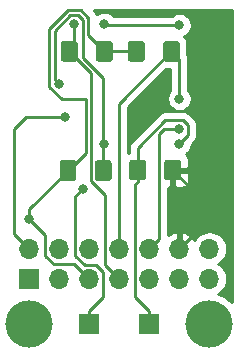
<source format=gbr>
G04 #@! TF.GenerationSoftware,KiCad,Pcbnew,(5.1.2)-1*
G04 #@! TF.CreationDate,2019-06-17T20:55:27+03:00*
G04 #@! TF.ProjectId,esp8266_minimal_hw,65737038-3236-4365-9f6d-696e696d616c,rev?*
G04 #@! TF.SameCoordinates,Original*
G04 #@! TF.FileFunction,Copper,L2,Bot*
G04 #@! TF.FilePolarity,Positive*
%FSLAX46Y46*%
G04 Gerber Fmt 4.6, Leading zero omitted, Abs format (unit mm)*
G04 Created by KiCad (PCBNEW (5.1.2)-1) date 2019-06-17 20:55:27*
%MOMM*%
%LPD*%
G04 APERTURE LIST*
%ADD10R,1.700000X1.700000*%
%ADD11C,4.000000*%
%ADD12C,0.100000*%
%ADD13C,1.425000*%
%ADD14O,1.700000X1.700000*%
%ADD15C,0.800000*%
%ADD16C,0.250000*%
%ADD17C,0.254000*%
G04 APERTURE END LIST*
D10*
X87630000Y-72390000D03*
D11*
X92710000Y-72390000D03*
X77470000Y-72390000D03*
D12*
G36*
X89993302Y-48441346D02*
G01*
X90017571Y-48444946D01*
X90041369Y-48450907D01*
X90064469Y-48459172D01*
X90086647Y-48469662D01*
X90107691Y-48482275D01*
X90127396Y-48496889D01*
X90145575Y-48513365D01*
X90162051Y-48531544D01*
X90176665Y-48551249D01*
X90189278Y-48572293D01*
X90199768Y-48594471D01*
X90208033Y-48617571D01*
X90213994Y-48641369D01*
X90217594Y-48665638D01*
X90218798Y-48690142D01*
X90218798Y-49940142D01*
X90217594Y-49964646D01*
X90213994Y-49988915D01*
X90208033Y-50012713D01*
X90199768Y-50035813D01*
X90189278Y-50057991D01*
X90176665Y-50079035D01*
X90162051Y-50098740D01*
X90145575Y-50116919D01*
X90127396Y-50133395D01*
X90107691Y-50148009D01*
X90086647Y-50160622D01*
X90064469Y-50171112D01*
X90041369Y-50179377D01*
X90017571Y-50185338D01*
X89993302Y-50188938D01*
X89968798Y-50190142D01*
X89043798Y-50190142D01*
X89019294Y-50188938D01*
X88995025Y-50185338D01*
X88971227Y-50179377D01*
X88948127Y-50171112D01*
X88925949Y-50160622D01*
X88904905Y-50148009D01*
X88885200Y-50133395D01*
X88867021Y-50116919D01*
X88850545Y-50098740D01*
X88835931Y-50079035D01*
X88823318Y-50057991D01*
X88812828Y-50035813D01*
X88804563Y-50012713D01*
X88798602Y-49988915D01*
X88795002Y-49964646D01*
X88793798Y-49940142D01*
X88793798Y-48690142D01*
X88795002Y-48665638D01*
X88798602Y-48641369D01*
X88804563Y-48617571D01*
X88812828Y-48594471D01*
X88823318Y-48572293D01*
X88835931Y-48551249D01*
X88850545Y-48531544D01*
X88867021Y-48513365D01*
X88885200Y-48496889D01*
X88904905Y-48482275D01*
X88925949Y-48469662D01*
X88948127Y-48459172D01*
X88971227Y-48450907D01*
X88995025Y-48444946D01*
X89019294Y-48441346D01*
X89043798Y-48440142D01*
X89968798Y-48440142D01*
X89993302Y-48441346D01*
X89993302Y-48441346D01*
G37*
D13*
X89506298Y-49315142D03*
D12*
G36*
X87018302Y-48441346D02*
G01*
X87042571Y-48444946D01*
X87066369Y-48450907D01*
X87089469Y-48459172D01*
X87111647Y-48469662D01*
X87132691Y-48482275D01*
X87152396Y-48496889D01*
X87170575Y-48513365D01*
X87187051Y-48531544D01*
X87201665Y-48551249D01*
X87214278Y-48572293D01*
X87224768Y-48594471D01*
X87233033Y-48617571D01*
X87238994Y-48641369D01*
X87242594Y-48665638D01*
X87243798Y-48690142D01*
X87243798Y-49940142D01*
X87242594Y-49964646D01*
X87238994Y-49988915D01*
X87233033Y-50012713D01*
X87224768Y-50035813D01*
X87214278Y-50057991D01*
X87201665Y-50079035D01*
X87187051Y-50098740D01*
X87170575Y-50116919D01*
X87152396Y-50133395D01*
X87132691Y-50148009D01*
X87111647Y-50160622D01*
X87089469Y-50171112D01*
X87066369Y-50179377D01*
X87042571Y-50185338D01*
X87018302Y-50188938D01*
X86993798Y-50190142D01*
X86068798Y-50190142D01*
X86044294Y-50188938D01*
X86020025Y-50185338D01*
X85996227Y-50179377D01*
X85973127Y-50171112D01*
X85950949Y-50160622D01*
X85929905Y-50148009D01*
X85910200Y-50133395D01*
X85892021Y-50116919D01*
X85875545Y-50098740D01*
X85860931Y-50079035D01*
X85848318Y-50057991D01*
X85837828Y-50035813D01*
X85829563Y-50012713D01*
X85823602Y-49988915D01*
X85820002Y-49964646D01*
X85818798Y-49940142D01*
X85818798Y-48690142D01*
X85820002Y-48665638D01*
X85823602Y-48641369D01*
X85829563Y-48617571D01*
X85837828Y-48594471D01*
X85848318Y-48572293D01*
X85860931Y-48551249D01*
X85875545Y-48531544D01*
X85892021Y-48513365D01*
X85910200Y-48496889D01*
X85929905Y-48482275D01*
X85950949Y-48469662D01*
X85973127Y-48459172D01*
X85996227Y-48450907D01*
X86020025Y-48444946D01*
X86044294Y-48441346D01*
X86068798Y-48440142D01*
X86993798Y-48440142D01*
X87018302Y-48441346D01*
X87018302Y-48441346D01*
G37*
D13*
X86531298Y-49315142D03*
D12*
G36*
X90101887Y-58488496D02*
G01*
X90126156Y-58492096D01*
X90149954Y-58498057D01*
X90173054Y-58506322D01*
X90195232Y-58516812D01*
X90216276Y-58529425D01*
X90235981Y-58544039D01*
X90254160Y-58560515D01*
X90270636Y-58578694D01*
X90285250Y-58598399D01*
X90297863Y-58619443D01*
X90308353Y-58641621D01*
X90316618Y-58664721D01*
X90322579Y-58688519D01*
X90326179Y-58712788D01*
X90327383Y-58737292D01*
X90327383Y-59987292D01*
X90326179Y-60011796D01*
X90322579Y-60036065D01*
X90316618Y-60059863D01*
X90308353Y-60082963D01*
X90297863Y-60105141D01*
X90285250Y-60126185D01*
X90270636Y-60145890D01*
X90254160Y-60164069D01*
X90235981Y-60180545D01*
X90216276Y-60195159D01*
X90195232Y-60207772D01*
X90173054Y-60218262D01*
X90149954Y-60226527D01*
X90126156Y-60232488D01*
X90101887Y-60236088D01*
X90077383Y-60237292D01*
X89152383Y-60237292D01*
X89127879Y-60236088D01*
X89103610Y-60232488D01*
X89079812Y-60226527D01*
X89056712Y-60218262D01*
X89034534Y-60207772D01*
X89013490Y-60195159D01*
X88993785Y-60180545D01*
X88975606Y-60164069D01*
X88959130Y-60145890D01*
X88944516Y-60126185D01*
X88931903Y-60105141D01*
X88921413Y-60082963D01*
X88913148Y-60059863D01*
X88907187Y-60036065D01*
X88903587Y-60011796D01*
X88902383Y-59987292D01*
X88902383Y-58737292D01*
X88903587Y-58712788D01*
X88907187Y-58688519D01*
X88913148Y-58664721D01*
X88921413Y-58641621D01*
X88931903Y-58619443D01*
X88944516Y-58598399D01*
X88959130Y-58578694D01*
X88975606Y-58560515D01*
X88993785Y-58544039D01*
X89013490Y-58529425D01*
X89034534Y-58516812D01*
X89056712Y-58506322D01*
X89079812Y-58498057D01*
X89103610Y-58492096D01*
X89127879Y-58488496D01*
X89152383Y-58487292D01*
X90077383Y-58487292D01*
X90101887Y-58488496D01*
X90101887Y-58488496D01*
G37*
D13*
X89614883Y-59362292D03*
D12*
G36*
X87126887Y-58488496D02*
G01*
X87151156Y-58492096D01*
X87174954Y-58498057D01*
X87198054Y-58506322D01*
X87220232Y-58516812D01*
X87241276Y-58529425D01*
X87260981Y-58544039D01*
X87279160Y-58560515D01*
X87295636Y-58578694D01*
X87310250Y-58598399D01*
X87322863Y-58619443D01*
X87333353Y-58641621D01*
X87341618Y-58664721D01*
X87347579Y-58688519D01*
X87351179Y-58712788D01*
X87352383Y-58737292D01*
X87352383Y-59987292D01*
X87351179Y-60011796D01*
X87347579Y-60036065D01*
X87341618Y-60059863D01*
X87333353Y-60082963D01*
X87322863Y-60105141D01*
X87310250Y-60126185D01*
X87295636Y-60145890D01*
X87279160Y-60164069D01*
X87260981Y-60180545D01*
X87241276Y-60195159D01*
X87220232Y-60207772D01*
X87198054Y-60218262D01*
X87174954Y-60226527D01*
X87151156Y-60232488D01*
X87126887Y-60236088D01*
X87102383Y-60237292D01*
X86177383Y-60237292D01*
X86152879Y-60236088D01*
X86128610Y-60232488D01*
X86104812Y-60226527D01*
X86081712Y-60218262D01*
X86059534Y-60207772D01*
X86038490Y-60195159D01*
X86018785Y-60180545D01*
X86000606Y-60164069D01*
X85984130Y-60145890D01*
X85969516Y-60126185D01*
X85956903Y-60105141D01*
X85946413Y-60082963D01*
X85938148Y-60059863D01*
X85932187Y-60036065D01*
X85928587Y-60011796D01*
X85927383Y-59987292D01*
X85927383Y-58737292D01*
X85928587Y-58712788D01*
X85932187Y-58688519D01*
X85938148Y-58664721D01*
X85946413Y-58641621D01*
X85956903Y-58619443D01*
X85969516Y-58598399D01*
X85984130Y-58578694D01*
X86000606Y-58560515D01*
X86018785Y-58544039D01*
X86038490Y-58529425D01*
X86059534Y-58516812D01*
X86081712Y-58506322D01*
X86104812Y-58498057D01*
X86128610Y-58492096D01*
X86152879Y-58488496D01*
X86177383Y-58487292D01*
X87102383Y-58487292D01*
X87126887Y-58488496D01*
X87126887Y-58488496D01*
G37*
D13*
X86639883Y-59362292D03*
D12*
G36*
X84307004Y-48438704D02*
G01*
X84331273Y-48442304D01*
X84355071Y-48448265D01*
X84378171Y-48456530D01*
X84400349Y-48467020D01*
X84421393Y-48479633D01*
X84441098Y-48494247D01*
X84459277Y-48510723D01*
X84475753Y-48528902D01*
X84490367Y-48548607D01*
X84502980Y-48569651D01*
X84513470Y-48591829D01*
X84521735Y-48614929D01*
X84527696Y-48638727D01*
X84531296Y-48662996D01*
X84532500Y-48687500D01*
X84532500Y-49937500D01*
X84531296Y-49962004D01*
X84527696Y-49986273D01*
X84521735Y-50010071D01*
X84513470Y-50033171D01*
X84502980Y-50055349D01*
X84490367Y-50076393D01*
X84475753Y-50096098D01*
X84459277Y-50114277D01*
X84441098Y-50130753D01*
X84421393Y-50145367D01*
X84400349Y-50157980D01*
X84378171Y-50168470D01*
X84355071Y-50176735D01*
X84331273Y-50182696D01*
X84307004Y-50186296D01*
X84282500Y-50187500D01*
X83357500Y-50187500D01*
X83332996Y-50186296D01*
X83308727Y-50182696D01*
X83284929Y-50176735D01*
X83261829Y-50168470D01*
X83239651Y-50157980D01*
X83218607Y-50145367D01*
X83198902Y-50130753D01*
X83180723Y-50114277D01*
X83164247Y-50096098D01*
X83149633Y-50076393D01*
X83137020Y-50055349D01*
X83126530Y-50033171D01*
X83118265Y-50010071D01*
X83112304Y-49986273D01*
X83108704Y-49962004D01*
X83107500Y-49937500D01*
X83107500Y-48687500D01*
X83108704Y-48662996D01*
X83112304Y-48638727D01*
X83118265Y-48614929D01*
X83126530Y-48591829D01*
X83137020Y-48569651D01*
X83149633Y-48548607D01*
X83164247Y-48528902D01*
X83180723Y-48510723D01*
X83198902Y-48494247D01*
X83218607Y-48479633D01*
X83239651Y-48467020D01*
X83261829Y-48456530D01*
X83284929Y-48448265D01*
X83308727Y-48442304D01*
X83332996Y-48438704D01*
X83357500Y-48437500D01*
X84282500Y-48437500D01*
X84307004Y-48438704D01*
X84307004Y-48438704D01*
G37*
D13*
X83820000Y-49312500D03*
D12*
G36*
X81332004Y-48438704D02*
G01*
X81356273Y-48442304D01*
X81380071Y-48448265D01*
X81403171Y-48456530D01*
X81425349Y-48467020D01*
X81446393Y-48479633D01*
X81466098Y-48494247D01*
X81484277Y-48510723D01*
X81500753Y-48528902D01*
X81515367Y-48548607D01*
X81527980Y-48569651D01*
X81538470Y-48591829D01*
X81546735Y-48614929D01*
X81552696Y-48638727D01*
X81556296Y-48662996D01*
X81557500Y-48687500D01*
X81557500Y-49937500D01*
X81556296Y-49962004D01*
X81552696Y-49986273D01*
X81546735Y-50010071D01*
X81538470Y-50033171D01*
X81527980Y-50055349D01*
X81515367Y-50076393D01*
X81500753Y-50096098D01*
X81484277Y-50114277D01*
X81466098Y-50130753D01*
X81446393Y-50145367D01*
X81425349Y-50157980D01*
X81403171Y-50168470D01*
X81380071Y-50176735D01*
X81356273Y-50182696D01*
X81332004Y-50186296D01*
X81307500Y-50187500D01*
X80382500Y-50187500D01*
X80357996Y-50186296D01*
X80333727Y-50182696D01*
X80309929Y-50176735D01*
X80286829Y-50168470D01*
X80264651Y-50157980D01*
X80243607Y-50145367D01*
X80223902Y-50130753D01*
X80205723Y-50114277D01*
X80189247Y-50096098D01*
X80174633Y-50076393D01*
X80162020Y-50055349D01*
X80151530Y-50033171D01*
X80143265Y-50010071D01*
X80137304Y-49986273D01*
X80133704Y-49962004D01*
X80132500Y-49937500D01*
X80132500Y-48687500D01*
X80133704Y-48662996D01*
X80137304Y-48638727D01*
X80143265Y-48614929D01*
X80151530Y-48591829D01*
X80162020Y-48569651D01*
X80174633Y-48548607D01*
X80189247Y-48528902D01*
X80205723Y-48510723D01*
X80223902Y-48494247D01*
X80243607Y-48479633D01*
X80264651Y-48467020D01*
X80286829Y-48456530D01*
X80309929Y-48448265D01*
X80333727Y-48442304D01*
X80357996Y-48438704D01*
X80382500Y-48437500D01*
X81307500Y-48437500D01*
X81332004Y-48438704D01*
X81332004Y-48438704D01*
G37*
D13*
X80845000Y-49312500D03*
D12*
G36*
X84208650Y-58529421D02*
G01*
X84232919Y-58533021D01*
X84256717Y-58538982D01*
X84279817Y-58547247D01*
X84301995Y-58557737D01*
X84323039Y-58570350D01*
X84342744Y-58584964D01*
X84360923Y-58601440D01*
X84377399Y-58619619D01*
X84392013Y-58639324D01*
X84404626Y-58660368D01*
X84415116Y-58682546D01*
X84423381Y-58705646D01*
X84429342Y-58729444D01*
X84432942Y-58753713D01*
X84434146Y-58778217D01*
X84434146Y-60028217D01*
X84432942Y-60052721D01*
X84429342Y-60076990D01*
X84423381Y-60100788D01*
X84415116Y-60123888D01*
X84404626Y-60146066D01*
X84392013Y-60167110D01*
X84377399Y-60186815D01*
X84360923Y-60204994D01*
X84342744Y-60221470D01*
X84323039Y-60236084D01*
X84301995Y-60248697D01*
X84279817Y-60259187D01*
X84256717Y-60267452D01*
X84232919Y-60273413D01*
X84208650Y-60277013D01*
X84184146Y-60278217D01*
X83259146Y-60278217D01*
X83234642Y-60277013D01*
X83210373Y-60273413D01*
X83186575Y-60267452D01*
X83163475Y-60259187D01*
X83141297Y-60248697D01*
X83120253Y-60236084D01*
X83100548Y-60221470D01*
X83082369Y-60204994D01*
X83065893Y-60186815D01*
X83051279Y-60167110D01*
X83038666Y-60146066D01*
X83028176Y-60123888D01*
X83019911Y-60100788D01*
X83013950Y-60076990D01*
X83010350Y-60052721D01*
X83009146Y-60028217D01*
X83009146Y-58778217D01*
X83010350Y-58753713D01*
X83013950Y-58729444D01*
X83019911Y-58705646D01*
X83028176Y-58682546D01*
X83038666Y-58660368D01*
X83051279Y-58639324D01*
X83065893Y-58619619D01*
X83082369Y-58601440D01*
X83100548Y-58584964D01*
X83120253Y-58570350D01*
X83141297Y-58557737D01*
X83163475Y-58547247D01*
X83186575Y-58538982D01*
X83210373Y-58533021D01*
X83234642Y-58529421D01*
X83259146Y-58528217D01*
X84184146Y-58528217D01*
X84208650Y-58529421D01*
X84208650Y-58529421D01*
G37*
D13*
X83721646Y-59403217D03*
D12*
G36*
X81233650Y-58529421D02*
G01*
X81257919Y-58533021D01*
X81281717Y-58538982D01*
X81304817Y-58547247D01*
X81326995Y-58557737D01*
X81348039Y-58570350D01*
X81367744Y-58584964D01*
X81385923Y-58601440D01*
X81402399Y-58619619D01*
X81417013Y-58639324D01*
X81429626Y-58660368D01*
X81440116Y-58682546D01*
X81448381Y-58705646D01*
X81454342Y-58729444D01*
X81457942Y-58753713D01*
X81459146Y-58778217D01*
X81459146Y-60028217D01*
X81457942Y-60052721D01*
X81454342Y-60076990D01*
X81448381Y-60100788D01*
X81440116Y-60123888D01*
X81429626Y-60146066D01*
X81417013Y-60167110D01*
X81402399Y-60186815D01*
X81385923Y-60204994D01*
X81367744Y-60221470D01*
X81348039Y-60236084D01*
X81326995Y-60248697D01*
X81304817Y-60259187D01*
X81281717Y-60267452D01*
X81257919Y-60273413D01*
X81233650Y-60277013D01*
X81209146Y-60278217D01*
X80284146Y-60278217D01*
X80259642Y-60277013D01*
X80235373Y-60273413D01*
X80211575Y-60267452D01*
X80188475Y-60259187D01*
X80166297Y-60248697D01*
X80145253Y-60236084D01*
X80125548Y-60221470D01*
X80107369Y-60204994D01*
X80090893Y-60186815D01*
X80076279Y-60167110D01*
X80063666Y-60146066D01*
X80053176Y-60123888D01*
X80044911Y-60100788D01*
X80038950Y-60076990D01*
X80035350Y-60052721D01*
X80034146Y-60028217D01*
X80034146Y-58778217D01*
X80035350Y-58753713D01*
X80038950Y-58729444D01*
X80044911Y-58705646D01*
X80053176Y-58682546D01*
X80063666Y-58660368D01*
X80076279Y-58639324D01*
X80090893Y-58619619D01*
X80107369Y-58601440D01*
X80125548Y-58584964D01*
X80145253Y-58570350D01*
X80166297Y-58557737D01*
X80188475Y-58547247D01*
X80211575Y-58538982D01*
X80235373Y-58533021D01*
X80259642Y-58529421D01*
X80284146Y-58528217D01*
X81209146Y-58528217D01*
X81233650Y-58529421D01*
X81233650Y-58529421D01*
G37*
D13*
X80746646Y-59403217D03*
D14*
X92710000Y-66040000D03*
X92710000Y-68580000D03*
X90170000Y-66040000D03*
X90170000Y-68580000D03*
X87630000Y-66040000D03*
X87630000Y-68580000D03*
X85090000Y-66040000D03*
X85090000Y-68580000D03*
X82550000Y-66040000D03*
X82550000Y-68580000D03*
X80010000Y-66040000D03*
X80010000Y-68580000D03*
X77470000Y-66040000D03*
D10*
X77470000Y-68580000D03*
X82550000Y-72390000D03*
D15*
X77470000Y-63500000D03*
X90170000Y-57150000D03*
X81999999Y-60960000D03*
X92710000Y-63500000D03*
X90170000Y-55880000D03*
X80010000Y-52070000D03*
X83820000Y-57150000D03*
X90170000Y-53340000D03*
X81280000Y-46990000D03*
X90170000Y-47103666D03*
X83820000Y-46990000D03*
X80502100Y-54850178D03*
D16*
X83822642Y-49315142D02*
X83820000Y-49312500D01*
X86531298Y-49315142D02*
X83822642Y-49315142D01*
X80206998Y-53340000D02*
X82234126Y-53340000D01*
X82455010Y-47947510D02*
X82455010Y-46455598D01*
X83820000Y-49312500D02*
X82455010Y-47947510D01*
X79159991Y-52292993D02*
X80206998Y-53340000D01*
X82455010Y-46455598D02*
X81814401Y-45814989D01*
X81814401Y-45814989D02*
X80745598Y-45814990D01*
X80745598Y-45814990D02*
X79159991Y-47400597D01*
X79159991Y-47400597D02*
X79159991Y-52292993D01*
X82234126Y-57915737D02*
X80746646Y-59403217D01*
X82234126Y-53340000D02*
X82234126Y-57915737D01*
X80746646Y-59403217D02*
X77470000Y-62679863D01*
X77470000Y-62679863D02*
X77470000Y-63500000D01*
X81700001Y-67730001D02*
X82550000Y-68580000D01*
X81280000Y-67310000D02*
X81700001Y-67730001D01*
X79540998Y-67310000D02*
X81280000Y-67310000D01*
X78834999Y-66604001D02*
X79540998Y-67310000D01*
X78834999Y-64864999D02*
X78834999Y-66604001D01*
X77470000Y-63500000D02*
X78834999Y-64864999D01*
X86639883Y-58387292D02*
X86639883Y-59362292D01*
X86639883Y-57503707D02*
X86639883Y-58387292D01*
X90518001Y-55154999D02*
X88988591Y-55154999D01*
X90895001Y-55531999D02*
X90518001Y-55154999D01*
X88988591Y-55154999D02*
X86639883Y-57503707D01*
X90895001Y-56424999D02*
X90895001Y-55531999D01*
X90170000Y-57150000D02*
X90895001Y-56424999D01*
X87630000Y-71290000D02*
X87630000Y-72390000D01*
X86454999Y-70114999D02*
X87630000Y-71290000D01*
X86454999Y-60522176D02*
X86454999Y-70114999D01*
X86639883Y-60337292D02*
X86454999Y-60522176D01*
X86639883Y-59362292D02*
X86639883Y-60337292D01*
X82550000Y-71290000D02*
X82550000Y-72390000D01*
X83725001Y-70114999D02*
X82550000Y-71290000D01*
X83725001Y-68015999D02*
X83725001Y-70114999D01*
X83114001Y-67404999D02*
X83725001Y-68015999D01*
X82175997Y-67404999D02*
X83114001Y-67404999D01*
X81374999Y-66604001D02*
X82175997Y-67404999D01*
X81374999Y-61585000D02*
X81374999Y-66604001D01*
X81999999Y-60960000D02*
X81374999Y-61585000D01*
X92710000Y-63500000D02*
X90170000Y-66040000D01*
X92710000Y-62457409D02*
X89614883Y-59362292D01*
X92710000Y-63500000D02*
X92710000Y-62457409D01*
X90170000Y-55880000D02*
X88900000Y-55880000D01*
X88479999Y-65190001D02*
X87630000Y-66040000D01*
X88479999Y-56300001D02*
X88479999Y-65190001D01*
X88900000Y-55880000D02*
X88479999Y-56300001D01*
X83721646Y-58428217D02*
X83721646Y-59403217D01*
X83721646Y-51552736D02*
X83721646Y-58428217D01*
X82005001Y-46641999D02*
X82005001Y-49836091D01*
X80931999Y-46264999D02*
X81628001Y-46264999D01*
X79610001Y-47586997D02*
X80931999Y-46264999D01*
X81628001Y-46264999D02*
X82005001Y-46641999D01*
X79610001Y-51670001D02*
X79610001Y-47586997D01*
X82005001Y-49836091D02*
X83721646Y-51552736D01*
X80010000Y-52070000D02*
X79610001Y-51670001D01*
X83721646Y-59403217D02*
X83721646Y-57248354D01*
X83721646Y-57248354D02*
X83820000Y-57150000D01*
X90170000Y-49978844D02*
X89506298Y-49315142D01*
X90170000Y-53340000D02*
X90170000Y-49978844D01*
X85090000Y-53731440D02*
X85090000Y-66040000D01*
X89506298Y-49315142D02*
X85090000Y-53731440D01*
X81280000Y-48877500D02*
X80845000Y-49312500D01*
X81280000Y-46990000D02*
X81280000Y-48877500D01*
X84240001Y-67730001D02*
X85090000Y-68580000D01*
X83914999Y-67404999D02*
X84240001Y-67730001D01*
X83914999Y-61497260D02*
X83914999Y-67404999D01*
X82684136Y-60266397D02*
X83914999Y-61497260D01*
X82684136Y-51151636D02*
X82684136Y-60266397D01*
X80845000Y-49312500D02*
X82684136Y-51151636D01*
X90170000Y-47103666D02*
X83933666Y-47103666D01*
X83933666Y-47103666D02*
X83820000Y-46990000D01*
X80502100Y-54850178D02*
X77229822Y-54850178D01*
X77229822Y-54850178D02*
X76200000Y-55880000D01*
X76200000Y-64770000D02*
X77470000Y-66040000D01*
X76200000Y-55880000D02*
X76200000Y-64770000D01*
D17*
G36*
X94590000Y-70543547D02*
G01*
X94389715Y-70343262D01*
X93958141Y-70054893D01*
X93478601Y-69856261D01*
X93474151Y-69855376D01*
X93539014Y-69820706D01*
X93765134Y-69635134D01*
X93950706Y-69409014D01*
X94088599Y-69151034D01*
X94173513Y-68871111D01*
X94202185Y-68580000D01*
X94173513Y-68288889D01*
X94088599Y-68008966D01*
X93950706Y-67750986D01*
X93765134Y-67524866D01*
X93539014Y-67339294D01*
X93484209Y-67310000D01*
X93539014Y-67280706D01*
X93765134Y-67095134D01*
X93950706Y-66869014D01*
X94088599Y-66611034D01*
X94173513Y-66331111D01*
X94202185Y-66040000D01*
X94173513Y-65748889D01*
X94088599Y-65468966D01*
X93950706Y-65210986D01*
X93765134Y-64984866D01*
X93539014Y-64799294D01*
X93281034Y-64661401D01*
X93001111Y-64576487D01*
X92782950Y-64555000D01*
X92637050Y-64555000D01*
X92418889Y-64576487D01*
X92138966Y-64661401D01*
X91880986Y-64799294D01*
X91654866Y-64984866D01*
X91469294Y-65210986D01*
X91434799Y-65275523D01*
X91365178Y-65158645D01*
X91170269Y-64942412D01*
X90936920Y-64768359D01*
X90674099Y-64643175D01*
X90526890Y-64598524D01*
X90297000Y-64719845D01*
X90297000Y-65913000D01*
X90317000Y-65913000D01*
X90317000Y-66167000D01*
X90297000Y-66167000D01*
X90297000Y-66187000D01*
X90043000Y-66187000D01*
X90043000Y-66167000D01*
X90023000Y-66167000D01*
X90023000Y-65913000D01*
X90043000Y-65913000D01*
X90043000Y-64719845D01*
X89813110Y-64598524D01*
X89665901Y-64643175D01*
X89403080Y-64768359D01*
X89239999Y-64890000D01*
X89239999Y-60872934D01*
X89329133Y-60872292D01*
X89487883Y-60713542D01*
X89487883Y-59489292D01*
X89741883Y-59489292D01*
X89741883Y-60713542D01*
X89900633Y-60872292D01*
X90327383Y-60875364D01*
X90451865Y-60863104D01*
X90571563Y-60826794D01*
X90681877Y-60767829D01*
X90778568Y-60688477D01*
X90857920Y-60591786D01*
X90916885Y-60481472D01*
X90953195Y-60361774D01*
X90965455Y-60237292D01*
X90962383Y-59648042D01*
X90803633Y-59489292D01*
X89741883Y-59489292D01*
X89487883Y-59489292D01*
X89467883Y-59489292D01*
X89467883Y-59235292D01*
X89487883Y-59235292D01*
X89487883Y-59215292D01*
X89741883Y-59215292D01*
X89741883Y-59235292D01*
X90803633Y-59235292D01*
X90962383Y-59076542D01*
X90965455Y-58487292D01*
X90953195Y-58362810D01*
X90916885Y-58243112D01*
X90857920Y-58132798D01*
X90778568Y-58036107D01*
X90746358Y-58009673D01*
X90829774Y-57953937D01*
X90973937Y-57809774D01*
X91087205Y-57640256D01*
X91165226Y-57451898D01*
X91205000Y-57251939D01*
X91205000Y-57189802D01*
X91406005Y-56988797D01*
X91435002Y-56965000D01*
X91529975Y-56849275D01*
X91600547Y-56717246D01*
X91644004Y-56573985D01*
X91655001Y-56462332D01*
X91655001Y-56462323D01*
X91658677Y-56425000D01*
X91655001Y-56387677D01*
X91655001Y-55569332D01*
X91658678Y-55531999D01*
X91644004Y-55383013D01*
X91600547Y-55239752D01*
X91555245Y-55154999D01*
X91529975Y-55107723D01*
X91435002Y-54991998D01*
X91405998Y-54968195D01*
X91081805Y-54644002D01*
X91058002Y-54614998D01*
X90942277Y-54520025D01*
X90810248Y-54449453D01*
X90666987Y-54405996D01*
X90555334Y-54394999D01*
X90555323Y-54394999D01*
X90518001Y-54391323D01*
X90480679Y-54394999D01*
X89025916Y-54394999D01*
X88988591Y-54391323D01*
X88951266Y-54394999D01*
X88951258Y-54394999D01*
X88839605Y-54405996D01*
X88696344Y-54449453D01*
X88564315Y-54520025D01*
X88448590Y-54614998D01*
X88424792Y-54643996D01*
X86128886Y-56939903D01*
X86099882Y-56963706D01*
X86044754Y-57030881D01*
X86004909Y-57079431D01*
X85946516Y-57188676D01*
X85934337Y-57211461D01*
X85890880Y-57354722D01*
X85879883Y-57466375D01*
X85879883Y-57466385D01*
X85876207Y-57503707D01*
X85879883Y-57541029D01*
X85879883Y-57903973D01*
X85850000Y-57913038D01*
X85850000Y-54046241D01*
X89068028Y-50828214D01*
X89410001Y-50828214D01*
X89410000Y-52636289D01*
X89366063Y-52680226D01*
X89252795Y-52849744D01*
X89174774Y-53038102D01*
X89135000Y-53238061D01*
X89135000Y-53441939D01*
X89174774Y-53641898D01*
X89252795Y-53830256D01*
X89366063Y-53999774D01*
X89510226Y-54143937D01*
X89679744Y-54257205D01*
X89868102Y-54335226D01*
X90068061Y-54375000D01*
X90271939Y-54375000D01*
X90471898Y-54335226D01*
X90660256Y-54257205D01*
X90829774Y-54143937D01*
X90973937Y-53999774D01*
X91087205Y-53830256D01*
X91165226Y-53641898D01*
X91205000Y-53441939D01*
X91205000Y-53238061D01*
X91165226Y-53038102D01*
X91087205Y-52849744D01*
X90973937Y-52680226D01*
X90930000Y-52636289D01*
X90930000Y-50016166D01*
X90933676Y-49978843D01*
X90930000Y-49941520D01*
X90930000Y-49941511D01*
X90919003Y-49829858D01*
X90875546Y-49686597D01*
X90856870Y-49651657D01*
X90856870Y-48690142D01*
X90839806Y-48516888D01*
X90789270Y-48350292D01*
X90707203Y-48196756D01*
X90596760Y-48062180D01*
X90584607Y-48052206D01*
X90660256Y-48020871D01*
X90829774Y-47907603D01*
X90973937Y-47763440D01*
X91087205Y-47593922D01*
X91165226Y-47405564D01*
X91205000Y-47205605D01*
X91205000Y-47001727D01*
X91165226Y-46801768D01*
X91087205Y-46613410D01*
X90973937Y-46443892D01*
X90829774Y-46299729D01*
X90660256Y-46186461D01*
X90471898Y-46108440D01*
X90271939Y-46068666D01*
X90068061Y-46068666D01*
X89868102Y-46108440D01*
X89679744Y-46186461D01*
X89510226Y-46299729D01*
X89466289Y-46343666D01*
X84632917Y-46343666D01*
X84623937Y-46330226D01*
X84479774Y-46186063D01*
X84310256Y-46072795D01*
X84121898Y-45994774D01*
X83921939Y-45955000D01*
X83718061Y-45955000D01*
X83518102Y-45994774D01*
X83329744Y-46072795D01*
X83166229Y-46182052D01*
X83160556Y-46163351D01*
X83143262Y-46130997D01*
X83089984Y-46031321D01*
X83018809Y-45944595D01*
X82995011Y-45915597D01*
X82966012Y-45891798D01*
X82921214Y-45847000D01*
X94590001Y-45847000D01*
X94590000Y-70543547D01*
X94590000Y-70543547D01*
G37*
X94590000Y-70543547D02*
X94389715Y-70343262D01*
X93958141Y-70054893D01*
X93478601Y-69856261D01*
X93474151Y-69855376D01*
X93539014Y-69820706D01*
X93765134Y-69635134D01*
X93950706Y-69409014D01*
X94088599Y-69151034D01*
X94173513Y-68871111D01*
X94202185Y-68580000D01*
X94173513Y-68288889D01*
X94088599Y-68008966D01*
X93950706Y-67750986D01*
X93765134Y-67524866D01*
X93539014Y-67339294D01*
X93484209Y-67310000D01*
X93539014Y-67280706D01*
X93765134Y-67095134D01*
X93950706Y-66869014D01*
X94088599Y-66611034D01*
X94173513Y-66331111D01*
X94202185Y-66040000D01*
X94173513Y-65748889D01*
X94088599Y-65468966D01*
X93950706Y-65210986D01*
X93765134Y-64984866D01*
X93539014Y-64799294D01*
X93281034Y-64661401D01*
X93001111Y-64576487D01*
X92782950Y-64555000D01*
X92637050Y-64555000D01*
X92418889Y-64576487D01*
X92138966Y-64661401D01*
X91880986Y-64799294D01*
X91654866Y-64984866D01*
X91469294Y-65210986D01*
X91434799Y-65275523D01*
X91365178Y-65158645D01*
X91170269Y-64942412D01*
X90936920Y-64768359D01*
X90674099Y-64643175D01*
X90526890Y-64598524D01*
X90297000Y-64719845D01*
X90297000Y-65913000D01*
X90317000Y-65913000D01*
X90317000Y-66167000D01*
X90297000Y-66167000D01*
X90297000Y-66187000D01*
X90043000Y-66187000D01*
X90043000Y-66167000D01*
X90023000Y-66167000D01*
X90023000Y-65913000D01*
X90043000Y-65913000D01*
X90043000Y-64719845D01*
X89813110Y-64598524D01*
X89665901Y-64643175D01*
X89403080Y-64768359D01*
X89239999Y-64890000D01*
X89239999Y-60872934D01*
X89329133Y-60872292D01*
X89487883Y-60713542D01*
X89487883Y-59489292D01*
X89741883Y-59489292D01*
X89741883Y-60713542D01*
X89900633Y-60872292D01*
X90327383Y-60875364D01*
X90451865Y-60863104D01*
X90571563Y-60826794D01*
X90681877Y-60767829D01*
X90778568Y-60688477D01*
X90857920Y-60591786D01*
X90916885Y-60481472D01*
X90953195Y-60361774D01*
X90965455Y-60237292D01*
X90962383Y-59648042D01*
X90803633Y-59489292D01*
X89741883Y-59489292D01*
X89487883Y-59489292D01*
X89467883Y-59489292D01*
X89467883Y-59235292D01*
X89487883Y-59235292D01*
X89487883Y-59215292D01*
X89741883Y-59215292D01*
X89741883Y-59235292D01*
X90803633Y-59235292D01*
X90962383Y-59076542D01*
X90965455Y-58487292D01*
X90953195Y-58362810D01*
X90916885Y-58243112D01*
X90857920Y-58132798D01*
X90778568Y-58036107D01*
X90746358Y-58009673D01*
X90829774Y-57953937D01*
X90973937Y-57809774D01*
X91087205Y-57640256D01*
X91165226Y-57451898D01*
X91205000Y-57251939D01*
X91205000Y-57189802D01*
X91406005Y-56988797D01*
X91435002Y-56965000D01*
X91529975Y-56849275D01*
X91600547Y-56717246D01*
X91644004Y-56573985D01*
X91655001Y-56462332D01*
X91655001Y-56462323D01*
X91658677Y-56425000D01*
X91655001Y-56387677D01*
X91655001Y-55569332D01*
X91658678Y-55531999D01*
X91644004Y-55383013D01*
X91600547Y-55239752D01*
X91555245Y-55154999D01*
X91529975Y-55107723D01*
X91435002Y-54991998D01*
X91405998Y-54968195D01*
X91081805Y-54644002D01*
X91058002Y-54614998D01*
X90942277Y-54520025D01*
X90810248Y-54449453D01*
X90666987Y-54405996D01*
X90555334Y-54394999D01*
X90555323Y-54394999D01*
X90518001Y-54391323D01*
X90480679Y-54394999D01*
X89025916Y-54394999D01*
X88988591Y-54391323D01*
X88951266Y-54394999D01*
X88951258Y-54394999D01*
X88839605Y-54405996D01*
X88696344Y-54449453D01*
X88564315Y-54520025D01*
X88448590Y-54614998D01*
X88424792Y-54643996D01*
X86128886Y-56939903D01*
X86099882Y-56963706D01*
X86044754Y-57030881D01*
X86004909Y-57079431D01*
X85946516Y-57188676D01*
X85934337Y-57211461D01*
X85890880Y-57354722D01*
X85879883Y-57466375D01*
X85879883Y-57466385D01*
X85876207Y-57503707D01*
X85879883Y-57541029D01*
X85879883Y-57903973D01*
X85850000Y-57913038D01*
X85850000Y-54046241D01*
X89068028Y-50828214D01*
X89410001Y-50828214D01*
X89410000Y-52636289D01*
X89366063Y-52680226D01*
X89252795Y-52849744D01*
X89174774Y-53038102D01*
X89135000Y-53238061D01*
X89135000Y-53441939D01*
X89174774Y-53641898D01*
X89252795Y-53830256D01*
X89366063Y-53999774D01*
X89510226Y-54143937D01*
X89679744Y-54257205D01*
X89868102Y-54335226D01*
X90068061Y-54375000D01*
X90271939Y-54375000D01*
X90471898Y-54335226D01*
X90660256Y-54257205D01*
X90829774Y-54143937D01*
X90973937Y-53999774D01*
X91087205Y-53830256D01*
X91165226Y-53641898D01*
X91205000Y-53441939D01*
X91205000Y-53238061D01*
X91165226Y-53038102D01*
X91087205Y-52849744D01*
X90973937Y-52680226D01*
X90930000Y-52636289D01*
X90930000Y-50016166D01*
X90933676Y-49978843D01*
X90930000Y-49941520D01*
X90930000Y-49941511D01*
X90919003Y-49829858D01*
X90875546Y-49686597D01*
X90856870Y-49651657D01*
X90856870Y-48690142D01*
X90839806Y-48516888D01*
X90789270Y-48350292D01*
X90707203Y-48196756D01*
X90596760Y-48062180D01*
X90584607Y-48052206D01*
X90660256Y-48020871D01*
X90829774Y-47907603D01*
X90973937Y-47763440D01*
X91087205Y-47593922D01*
X91165226Y-47405564D01*
X91205000Y-47205605D01*
X91205000Y-47001727D01*
X91165226Y-46801768D01*
X91087205Y-46613410D01*
X90973937Y-46443892D01*
X90829774Y-46299729D01*
X90660256Y-46186461D01*
X90471898Y-46108440D01*
X90271939Y-46068666D01*
X90068061Y-46068666D01*
X89868102Y-46108440D01*
X89679744Y-46186461D01*
X89510226Y-46299729D01*
X89466289Y-46343666D01*
X84632917Y-46343666D01*
X84623937Y-46330226D01*
X84479774Y-46186063D01*
X84310256Y-46072795D01*
X84121898Y-45994774D01*
X83921939Y-45955000D01*
X83718061Y-45955000D01*
X83518102Y-45994774D01*
X83329744Y-46072795D01*
X83166229Y-46182052D01*
X83160556Y-46163351D01*
X83143262Y-46130997D01*
X83089984Y-46031321D01*
X83018809Y-45944595D01*
X82995011Y-45915597D01*
X82966012Y-45891798D01*
X82921214Y-45847000D01*
X94590001Y-45847000D01*
X94590000Y-70543547D01*
M02*

</source>
